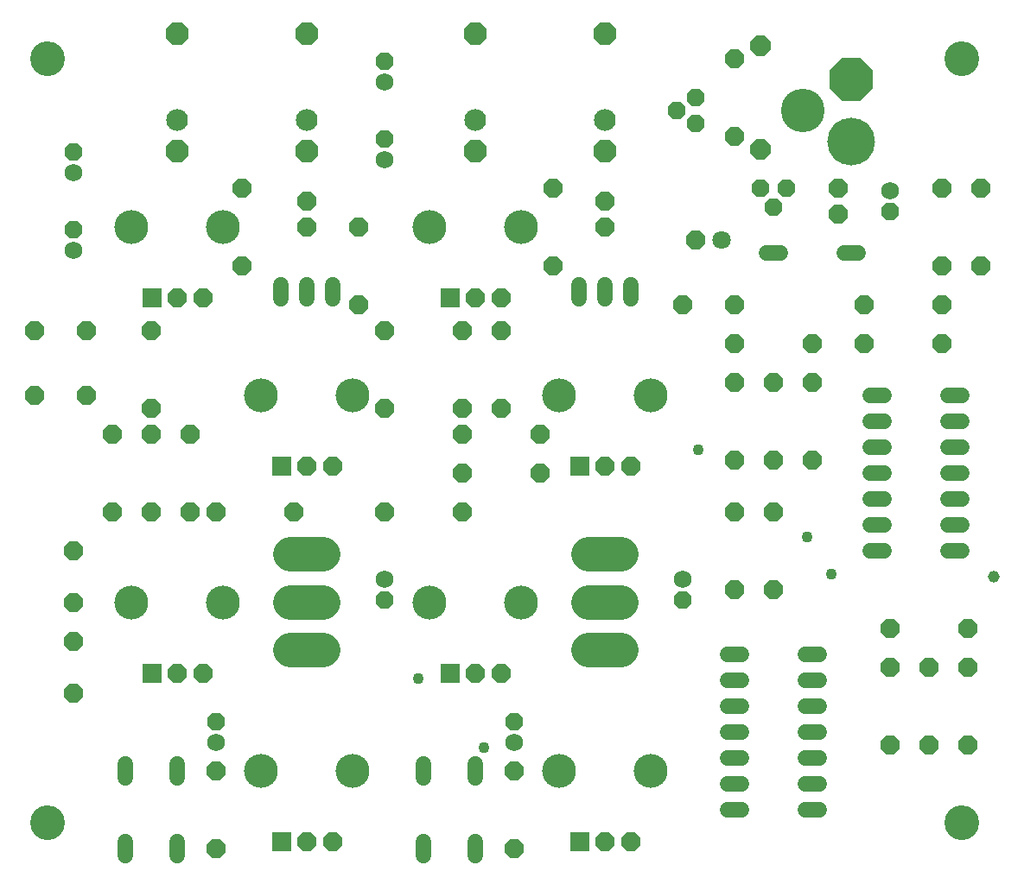
<source format=gbr>
G04 EAGLE Gerber RS-274X export*
G75*
%MOMM*%
%FSLAX34Y34*%
%LPD*%
%INSoldermask Bottom*%
%IPPOS*%
%AMOC8*
5,1,8,0,0,1.08239X$1,22.5*%
G01*
%ADD10P,1.869504X8X112.500000*%
%ADD11C,1.727200*%
%ADD12P,1.951982X8X202.500000*%
%ADD13C,1.803400*%
%ADD14P,2.034460X8X202.500000*%
%ADD15P,2.034460X8X292.500000*%
%ADD16P,1.869504X8X292.500000*%
%ADD17C,1.524000*%
%ADD18P,1.869504X8X202.500000*%
%ADD19C,4.673600*%
%ADD20P,4.618775X8X22.500000*%
%ADD21C,4.267200*%
%ADD22P,1.979475X8X292.500000*%
%ADD23P,1.979475X8X112.500000*%
%ADD24P,1.979475X8X202.500000*%
%ADD25P,2.144431X8X112.500000*%
%ADD26P,1.979475X8X22.500000*%
%ADD27C,3.403600*%
%ADD28P,2.419358X8X22.500000*%
%ADD29C,2.133600*%
%ADD30R,1.853200X1.853200*%
%ADD31P,2.005885X8X292.500000*%
%ADD32C,3.319200*%
%ADD33C,3.403200*%
%ADD34P,2.034460X8X112.500000*%
%ADD35C,1.103200*%
%ADD36C,1.153200*%


D10*
X381000Y721360D03*
D11*
X381000Y701040D03*
D10*
X381000Y797560D03*
D11*
X381000Y777240D03*
D10*
X76200Y708660D03*
D11*
X76200Y688340D03*
D10*
X76200Y632460D03*
D11*
X76200Y612140D03*
D12*
X685800Y622300D03*
D13*
X711200Y622300D03*
D14*
X723900Y558800D03*
X673100Y558800D03*
D15*
X825500Y673100D03*
X825500Y647700D03*
D16*
X876300Y650240D03*
D11*
X876300Y670560D03*
D17*
X177800Y32004D02*
X177800Y18796D01*
X177800Y94996D02*
X177800Y108204D01*
X127000Y108204D02*
X127000Y94996D01*
X127000Y32004D02*
X127000Y18796D01*
X469900Y18796D02*
X469900Y32004D01*
X469900Y94996D02*
X469900Y108204D01*
X419100Y108204D02*
X419100Y94996D01*
X419100Y32004D02*
X419100Y18796D01*
X856996Y469900D02*
X870204Y469900D01*
X870204Y444500D02*
X856996Y444500D01*
X856996Y317500D02*
X870204Y317500D01*
X933196Y317500D02*
X946404Y317500D01*
X870204Y419100D02*
X856996Y419100D01*
X856996Y393700D02*
X870204Y393700D01*
X870204Y342900D02*
X856996Y342900D01*
X856996Y368300D02*
X870204Y368300D01*
X933196Y342900D02*
X946404Y342900D01*
X946404Y368300D02*
X933196Y368300D01*
X933196Y393700D02*
X946404Y393700D01*
X946404Y419100D02*
X933196Y419100D01*
X933196Y444500D02*
X946404Y444500D01*
X946404Y469900D02*
X933196Y469900D01*
D18*
X774700Y673100D03*
X762000Y654050D03*
X749300Y673100D03*
D17*
X730504Y215900D02*
X717296Y215900D01*
X717296Y190500D02*
X730504Y190500D01*
X730504Y63500D02*
X717296Y63500D01*
X793496Y63500D02*
X806704Y63500D01*
X730504Y165100D02*
X717296Y165100D01*
X717296Y139700D02*
X730504Y139700D01*
X730504Y88900D02*
X717296Y88900D01*
X717296Y114300D02*
X730504Y114300D01*
X793496Y88900D02*
X806704Y88900D01*
X806704Y114300D02*
X793496Y114300D01*
X793496Y139700D02*
X806704Y139700D01*
X806704Y165100D02*
X793496Y165100D01*
X793496Y190500D02*
X806704Y190500D01*
X806704Y215900D02*
X793496Y215900D01*
D19*
X838200Y718300D03*
D20*
X838200Y779300D03*
D21*
X790200Y749300D03*
D22*
X304800Y660400D03*
X304800Y635000D03*
X596900Y660400D03*
X596900Y635000D03*
D10*
X685800Y736600D03*
X666750Y749300D03*
X685800Y762000D03*
D23*
X762000Y406400D03*
X762000Y482600D03*
X152400Y355600D03*
X152400Y431800D03*
X114300Y355600D03*
X114300Y431800D03*
D22*
X927100Y673100D03*
X927100Y596900D03*
D24*
X927100Y558800D03*
X850900Y558800D03*
D23*
X152400Y457200D03*
X152400Y533400D03*
X355600Y558800D03*
X355600Y635000D03*
D25*
X749300Y711200D03*
X749300Y812800D03*
D23*
X241300Y596900D03*
X241300Y673100D03*
X914400Y127000D03*
X914400Y203200D03*
X876300Y127000D03*
X876300Y203200D03*
X800100Y406400D03*
X800100Y482600D03*
X723900Y279400D03*
X723900Y355600D03*
X508000Y25400D03*
X508000Y101600D03*
D22*
X952500Y203200D03*
X952500Y127000D03*
D24*
X457200Y355600D03*
X381000Y355600D03*
X952500Y241300D03*
X876300Y241300D03*
D23*
X457200Y457200D03*
X457200Y533400D03*
D26*
X457200Y393700D03*
X533400Y393700D03*
X457200Y431800D03*
X533400Y431800D03*
D22*
X495300Y533400D03*
X495300Y457200D03*
X381000Y533400D03*
X381000Y457200D03*
D23*
X190500Y355600D03*
X190500Y431800D03*
X546100Y596900D03*
X546100Y673100D03*
D22*
X965200Y673100D03*
X965200Y596900D03*
D24*
X927100Y520700D03*
X850900Y520700D03*
D22*
X762000Y355600D03*
X762000Y279400D03*
D23*
X215900Y25400D03*
X215900Y101600D03*
D22*
X723900Y482600D03*
X723900Y406400D03*
D23*
X723900Y723900D03*
X723900Y800100D03*
D26*
X723900Y520700D03*
X800100Y520700D03*
X215900Y355600D03*
X292100Y355600D03*
D27*
X288798Y313690D02*
X320802Y313690D01*
X320802Y266700D02*
X288798Y266700D01*
X288798Y219710D02*
X320802Y219710D01*
D17*
X279400Y564896D02*
X279400Y578104D01*
X330200Y578104D02*
X330200Y564896D01*
X304800Y564896D02*
X304800Y578104D01*
X571500Y578104D02*
X571500Y564896D01*
X622300Y564896D02*
X622300Y578104D01*
X596900Y578104D02*
X596900Y564896D01*
D28*
X304800Y824700D03*
D29*
X304800Y739700D03*
D28*
X304800Y709700D03*
X177800Y824700D03*
D29*
X177800Y739700D03*
D28*
X177800Y709700D03*
X596900Y824700D03*
D29*
X596900Y739700D03*
D28*
X596900Y709700D03*
X469900Y824700D03*
D29*
X469900Y739700D03*
D28*
X469900Y709700D03*
D30*
X279800Y399900D03*
D31*
X304800Y399900D03*
X329800Y399900D03*
D32*
X349800Y469900D03*
X259800Y469900D03*
D30*
X152800Y565000D03*
D31*
X177800Y565000D03*
X202800Y565000D03*
D32*
X222800Y635000D03*
X132800Y635000D03*
D30*
X152800Y196700D03*
D31*
X177800Y196700D03*
X202800Y196700D03*
D32*
X222800Y266700D03*
X132800Y266700D03*
D30*
X279800Y31600D03*
D31*
X304800Y31600D03*
X329800Y31600D03*
D32*
X349800Y101600D03*
X259800Y101600D03*
D30*
X571900Y399900D03*
D31*
X596900Y399900D03*
X621900Y399900D03*
D32*
X641900Y469900D03*
X551900Y469900D03*
D30*
X444900Y565000D03*
D31*
X469900Y565000D03*
X494900Y565000D03*
D32*
X514900Y635000D03*
X424900Y635000D03*
D30*
X444900Y196700D03*
D31*
X469900Y196700D03*
X494900Y196700D03*
D32*
X514900Y266700D03*
X424900Y266700D03*
D30*
X571900Y31600D03*
D31*
X596900Y31600D03*
X621900Y31600D03*
D32*
X641900Y101600D03*
X551900Y101600D03*
D33*
X50800Y50800D03*
X946150Y50800D03*
X50800Y800100D03*
X946150Y800100D03*
D10*
X215900Y149860D03*
D11*
X215900Y129540D03*
D10*
X508000Y149860D03*
D11*
X508000Y129540D03*
D14*
X88900Y533400D03*
X38100Y533400D03*
X88900Y469900D03*
X38100Y469900D03*
D17*
X831596Y609600D02*
X844804Y609600D01*
X768604Y609600D02*
X755396Y609600D01*
D16*
X381000Y269240D03*
D11*
X381000Y289560D03*
D27*
X580898Y313690D02*
X612902Y313690D01*
X612902Y266700D02*
X580898Y266700D01*
X580898Y219710D02*
X612902Y219710D01*
D34*
X76200Y266700D03*
X76200Y317500D03*
D15*
X76200Y228600D03*
X76200Y177800D03*
D16*
X673100Y269240D03*
D11*
X673100Y289560D03*
D35*
X794766Y330708D03*
X414020Y192024D03*
D36*
X977900Y292100D03*
D35*
X478028Y123952D03*
X818134Y294640D03*
X688086Y416052D03*
M02*

</source>
